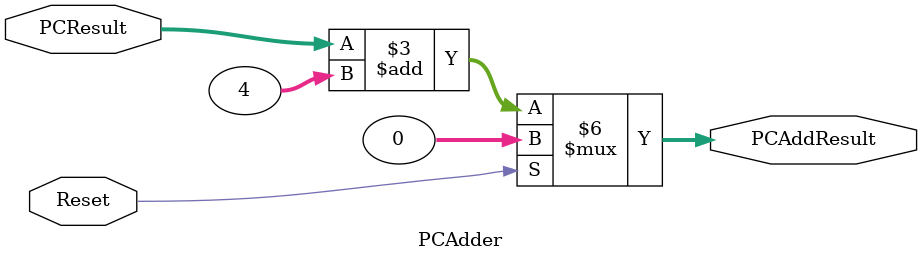
<source format=v>
`timescale 1ns / 1ps


module PCAdder(PCResult, PCAddResult, Reset);
    input [31:0] PCResult;
    input Reset;
    output reg [31:0] PCAddResult;
    initial begin
        PCAddResult <= 0;
    end
    always @(*) begin
        if (Reset == 1'b0) begin
            PCAddResult <= PCResult + 32'd4;
        end
        else begin
            PCAddResult <= 32'd0;
        end
    end
endmodule

</source>
